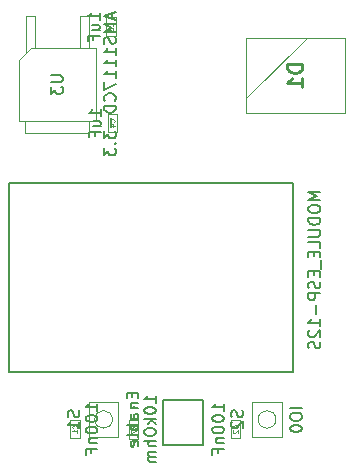
<source format=gbr>
%TF.GenerationSoftware,KiCad,Pcbnew,7.0.7*%
%TF.CreationDate,2024-03-20T19:05:46+01:00*%
%TF.ProjectId,DriverRGB_v2,44726976-6572-4524-9742-5f76322e6b69,v02*%
%TF.SameCoordinates,Original*%
%TF.FileFunction,AssemblyDrawing,Bot*%
%FSLAX46Y46*%
G04 Gerber Fmt 4.6, Leading zero omitted, Abs format (unit mm)*
G04 Created by KiCad (PCBNEW 7.0.7) date 2024-03-20 19:05:46*
%MOMM*%
%LPD*%
G01*
G04 APERTURE LIST*
%ADD10C,0.150000*%
%ADD11C,0.060000*%
%ADD12C,0.254000*%
%ADD13C,0.100000*%
%ADD14C,0.127000*%
%ADD15C,0.200000*%
G04 APERTURE END LIST*
D10*
X142639009Y-114173495D02*
X142639009Y-114506828D01*
X143162819Y-114649685D02*
X143162819Y-114173495D01*
X143162819Y-114173495D02*
X142162819Y-114173495D01*
X142162819Y-114173495D02*
X142162819Y-114649685D01*
X142496152Y-115078257D02*
X143162819Y-115078257D01*
X142591390Y-115078257D02*
X142543771Y-115125876D01*
X142543771Y-115125876D02*
X142496152Y-115221114D01*
X142496152Y-115221114D02*
X142496152Y-115363971D01*
X142496152Y-115363971D02*
X142543771Y-115459209D01*
X142543771Y-115459209D02*
X142639009Y-115506828D01*
X142639009Y-115506828D02*
X143162819Y-115506828D01*
X143162819Y-116411590D02*
X142639009Y-116411590D01*
X142639009Y-116411590D02*
X142543771Y-116363971D01*
X142543771Y-116363971D02*
X142496152Y-116268733D01*
X142496152Y-116268733D02*
X142496152Y-116078257D01*
X142496152Y-116078257D02*
X142543771Y-115983019D01*
X143115200Y-116411590D02*
X143162819Y-116316352D01*
X143162819Y-116316352D02*
X143162819Y-116078257D01*
X143162819Y-116078257D02*
X143115200Y-115983019D01*
X143115200Y-115983019D02*
X143019961Y-115935400D01*
X143019961Y-115935400D02*
X142924723Y-115935400D01*
X142924723Y-115935400D02*
X142829485Y-115983019D01*
X142829485Y-115983019D02*
X142781866Y-116078257D01*
X142781866Y-116078257D02*
X142781866Y-116316352D01*
X142781866Y-116316352D02*
X142734247Y-116411590D01*
X143162819Y-116887781D02*
X142162819Y-116887781D01*
X142543771Y-116887781D02*
X142496152Y-116983019D01*
X142496152Y-116983019D02*
X142496152Y-117173495D01*
X142496152Y-117173495D02*
X142543771Y-117268733D01*
X142543771Y-117268733D02*
X142591390Y-117316352D01*
X142591390Y-117316352D02*
X142686628Y-117363971D01*
X142686628Y-117363971D02*
X142972342Y-117363971D01*
X142972342Y-117363971D02*
X143067580Y-117316352D01*
X143067580Y-117316352D02*
X143115200Y-117268733D01*
X143115200Y-117268733D02*
X143162819Y-117173495D01*
X143162819Y-117173495D02*
X143162819Y-116983019D01*
X143162819Y-116983019D02*
X143115200Y-116887781D01*
X143162819Y-117935400D02*
X143115200Y-117840162D01*
X143115200Y-117840162D02*
X143019961Y-117792543D01*
X143019961Y-117792543D02*
X142162819Y-117792543D01*
X143115200Y-118697305D02*
X143162819Y-118602067D01*
X143162819Y-118602067D02*
X143162819Y-118411591D01*
X143162819Y-118411591D02*
X143115200Y-118316353D01*
X143115200Y-118316353D02*
X143019961Y-118268734D01*
X143019961Y-118268734D02*
X142639009Y-118268734D01*
X142639009Y-118268734D02*
X142543771Y-118316353D01*
X142543771Y-118316353D02*
X142496152Y-118411591D01*
X142496152Y-118411591D02*
X142496152Y-118602067D01*
X142496152Y-118602067D02*
X142543771Y-118697305D01*
X142543771Y-118697305D02*
X142639009Y-118744924D01*
X142639009Y-118744924D02*
X142734247Y-118744924D01*
X142734247Y-118744924D02*
X142829485Y-118268734D01*
X138115200Y-115673495D02*
X138162819Y-115816352D01*
X138162819Y-115816352D02*
X138162819Y-116054447D01*
X138162819Y-116054447D02*
X138115200Y-116149685D01*
X138115200Y-116149685D02*
X138067580Y-116197304D01*
X138067580Y-116197304D02*
X137972342Y-116244923D01*
X137972342Y-116244923D02*
X137877104Y-116244923D01*
X137877104Y-116244923D02*
X137781866Y-116197304D01*
X137781866Y-116197304D02*
X137734247Y-116149685D01*
X137734247Y-116149685D02*
X137686628Y-116054447D01*
X137686628Y-116054447D02*
X137639009Y-115863971D01*
X137639009Y-115863971D02*
X137591390Y-115768733D01*
X137591390Y-115768733D02*
X137543771Y-115721114D01*
X137543771Y-115721114D02*
X137448533Y-115673495D01*
X137448533Y-115673495D02*
X137353295Y-115673495D01*
X137353295Y-115673495D02*
X137258057Y-115721114D01*
X137258057Y-115721114D02*
X137210438Y-115768733D01*
X137210438Y-115768733D02*
X137162819Y-115863971D01*
X137162819Y-115863971D02*
X137162819Y-116102066D01*
X137162819Y-116102066D02*
X137210438Y-116244923D01*
X138162819Y-117197304D02*
X138162819Y-116625876D01*
X138162819Y-116911590D02*
X137162819Y-116911590D01*
X137162819Y-116911590D02*
X137305676Y-116816352D01*
X137305676Y-116816352D02*
X137400914Y-116721114D01*
X137400914Y-116721114D02*
X137448533Y-116625876D01*
X139994819Y-90743161D02*
X139994819Y-90171733D01*
X139994819Y-90457447D02*
X138994819Y-90457447D01*
X138994819Y-90457447D02*
X139137676Y-90362209D01*
X139137676Y-90362209D02*
X139232914Y-90266971D01*
X139232914Y-90266971D02*
X139280533Y-90171733D01*
X139328152Y-91600304D02*
X139994819Y-91600304D01*
X139328152Y-91171733D02*
X139851961Y-91171733D01*
X139851961Y-91171733D02*
X139947200Y-91219352D01*
X139947200Y-91219352D02*
X139994819Y-91314590D01*
X139994819Y-91314590D02*
X139994819Y-91457447D01*
X139994819Y-91457447D02*
X139947200Y-91552685D01*
X139947200Y-91552685D02*
X139899580Y-91600304D01*
X139471009Y-92409828D02*
X139471009Y-92076495D01*
X139994819Y-92076495D02*
X138994819Y-92076495D01*
X138994819Y-92076495D02*
X138994819Y-92552685D01*
D11*
X141113832Y-91271733D02*
X141132880Y-91252685D01*
X141132880Y-91252685D02*
X141151927Y-91195543D01*
X141151927Y-91195543D02*
X141151927Y-91157447D01*
X141151927Y-91157447D02*
X141132880Y-91100304D01*
X141132880Y-91100304D02*
X141094784Y-91062209D01*
X141094784Y-91062209D02*
X141056689Y-91043162D01*
X141056689Y-91043162D02*
X140980499Y-91024114D01*
X140980499Y-91024114D02*
X140923356Y-91024114D01*
X140923356Y-91024114D02*
X140847165Y-91043162D01*
X140847165Y-91043162D02*
X140809070Y-91062209D01*
X140809070Y-91062209D02*
X140770975Y-91100304D01*
X140770975Y-91100304D02*
X140751927Y-91157447D01*
X140751927Y-91157447D02*
X140751927Y-91195543D01*
X140751927Y-91195543D02*
X140770975Y-91252685D01*
X140770975Y-91252685D02*
X140790022Y-91271733D01*
X140885260Y-91614590D02*
X141151927Y-91614590D01*
X140732880Y-91519352D02*
X141018594Y-91424114D01*
X141018594Y-91424114D02*
X141018594Y-91671733D01*
D10*
X144632819Y-115022304D02*
X144632819Y-114450876D01*
X144632819Y-114736590D02*
X143632819Y-114736590D01*
X143632819Y-114736590D02*
X143775676Y-114641352D01*
X143775676Y-114641352D02*
X143870914Y-114546114D01*
X143870914Y-114546114D02*
X143918533Y-114450876D01*
X143632819Y-115641352D02*
X143632819Y-115736590D01*
X143632819Y-115736590D02*
X143680438Y-115831828D01*
X143680438Y-115831828D02*
X143728057Y-115879447D01*
X143728057Y-115879447D02*
X143823295Y-115927066D01*
X143823295Y-115927066D02*
X144013771Y-115974685D01*
X144013771Y-115974685D02*
X144251866Y-115974685D01*
X144251866Y-115974685D02*
X144442342Y-115927066D01*
X144442342Y-115927066D02*
X144537580Y-115879447D01*
X144537580Y-115879447D02*
X144585200Y-115831828D01*
X144585200Y-115831828D02*
X144632819Y-115736590D01*
X144632819Y-115736590D02*
X144632819Y-115641352D01*
X144632819Y-115641352D02*
X144585200Y-115546114D01*
X144585200Y-115546114D02*
X144537580Y-115498495D01*
X144537580Y-115498495D02*
X144442342Y-115450876D01*
X144442342Y-115450876D02*
X144251866Y-115403257D01*
X144251866Y-115403257D02*
X144013771Y-115403257D01*
X144013771Y-115403257D02*
X143823295Y-115450876D01*
X143823295Y-115450876D02*
X143728057Y-115498495D01*
X143728057Y-115498495D02*
X143680438Y-115546114D01*
X143680438Y-115546114D02*
X143632819Y-115641352D01*
X144632819Y-116403257D02*
X143632819Y-116403257D01*
X144251866Y-116498495D02*
X144632819Y-116784209D01*
X143966152Y-116784209D02*
X144347104Y-116403257D01*
X143632819Y-117403257D02*
X143632819Y-117593733D01*
X143632819Y-117593733D02*
X143680438Y-117688971D01*
X143680438Y-117688971D02*
X143775676Y-117784209D01*
X143775676Y-117784209D02*
X143966152Y-117831828D01*
X143966152Y-117831828D02*
X144299485Y-117831828D01*
X144299485Y-117831828D02*
X144489961Y-117784209D01*
X144489961Y-117784209D02*
X144585200Y-117688971D01*
X144585200Y-117688971D02*
X144632819Y-117593733D01*
X144632819Y-117593733D02*
X144632819Y-117403257D01*
X144632819Y-117403257D02*
X144585200Y-117308019D01*
X144585200Y-117308019D02*
X144489961Y-117212781D01*
X144489961Y-117212781D02*
X144299485Y-117165162D01*
X144299485Y-117165162D02*
X143966152Y-117165162D01*
X143966152Y-117165162D02*
X143775676Y-117212781D01*
X143775676Y-117212781D02*
X143680438Y-117308019D01*
X143680438Y-117308019D02*
X143632819Y-117403257D01*
X144632819Y-118260400D02*
X143632819Y-118260400D01*
X144632819Y-118688971D02*
X144109009Y-118688971D01*
X144109009Y-118688971D02*
X144013771Y-118641352D01*
X144013771Y-118641352D02*
X143966152Y-118546114D01*
X143966152Y-118546114D02*
X143966152Y-118403257D01*
X143966152Y-118403257D02*
X144013771Y-118308019D01*
X144013771Y-118308019D02*
X144061390Y-118260400D01*
X144632819Y-119165162D02*
X143966152Y-119165162D01*
X144061390Y-119165162D02*
X144013771Y-119212781D01*
X144013771Y-119212781D02*
X143966152Y-119308019D01*
X143966152Y-119308019D02*
X143966152Y-119450876D01*
X143966152Y-119450876D02*
X144013771Y-119546114D01*
X144013771Y-119546114D02*
X144109009Y-119593733D01*
X144109009Y-119593733D02*
X144632819Y-119593733D01*
X144109009Y-119593733D02*
X144013771Y-119641352D01*
X144013771Y-119641352D02*
X143966152Y-119736590D01*
X143966152Y-119736590D02*
X143966152Y-119879447D01*
X143966152Y-119879447D02*
X144013771Y-119974686D01*
X144013771Y-119974686D02*
X144109009Y-120022305D01*
X144109009Y-120022305D02*
X144632819Y-120022305D01*
D11*
X142929927Y-117193733D02*
X142739451Y-117060400D01*
X142929927Y-116965162D02*
X142529927Y-116965162D01*
X142529927Y-116965162D02*
X142529927Y-117117543D01*
X142529927Y-117117543D02*
X142548975Y-117155638D01*
X142548975Y-117155638D02*
X142568022Y-117174685D01*
X142568022Y-117174685D02*
X142606118Y-117193733D01*
X142606118Y-117193733D02*
X142663260Y-117193733D01*
X142663260Y-117193733D02*
X142701356Y-117174685D01*
X142701356Y-117174685D02*
X142720403Y-117155638D01*
X142720403Y-117155638D02*
X142739451Y-117117543D01*
X142739451Y-117117543D02*
X142739451Y-116965162D01*
X142529927Y-117327066D02*
X142529927Y-117593733D01*
X142529927Y-117593733D02*
X142929927Y-117422304D01*
D10*
X139679819Y-115698780D02*
X139679819Y-115127352D01*
X139679819Y-115413066D02*
X138679819Y-115413066D01*
X138679819Y-115413066D02*
X138822676Y-115317828D01*
X138822676Y-115317828D02*
X138917914Y-115222590D01*
X138917914Y-115222590D02*
X138965533Y-115127352D01*
X138679819Y-116317828D02*
X138679819Y-116413066D01*
X138679819Y-116413066D02*
X138727438Y-116508304D01*
X138727438Y-116508304D02*
X138775057Y-116555923D01*
X138775057Y-116555923D02*
X138870295Y-116603542D01*
X138870295Y-116603542D02*
X139060771Y-116651161D01*
X139060771Y-116651161D02*
X139298866Y-116651161D01*
X139298866Y-116651161D02*
X139489342Y-116603542D01*
X139489342Y-116603542D02*
X139584580Y-116555923D01*
X139584580Y-116555923D02*
X139632200Y-116508304D01*
X139632200Y-116508304D02*
X139679819Y-116413066D01*
X139679819Y-116413066D02*
X139679819Y-116317828D01*
X139679819Y-116317828D02*
X139632200Y-116222590D01*
X139632200Y-116222590D02*
X139584580Y-116174971D01*
X139584580Y-116174971D02*
X139489342Y-116127352D01*
X139489342Y-116127352D02*
X139298866Y-116079733D01*
X139298866Y-116079733D02*
X139060771Y-116079733D01*
X139060771Y-116079733D02*
X138870295Y-116127352D01*
X138870295Y-116127352D02*
X138775057Y-116174971D01*
X138775057Y-116174971D02*
X138727438Y-116222590D01*
X138727438Y-116222590D02*
X138679819Y-116317828D01*
X138679819Y-117270209D02*
X138679819Y-117365447D01*
X138679819Y-117365447D02*
X138727438Y-117460685D01*
X138727438Y-117460685D02*
X138775057Y-117508304D01*
X138775057Y-117508304D02*
X138870295Y-117555923D01*
X138870295Y-117555923D02*
X139060771Y-117603542D01*
X139060771Y-117603542D02*
X139298866Y-117603542D01*
X139298866Y-117603542D02*
X139489342Y-117555923D01*
X139489342Y-117555923D02*
X139584580Y-117508304D01*
X139584580Y-117508304D02*
X139632200Y-117460685D01*
X139632200Y-117460685D02*
X139679819Y-117365447D01*
X139679819Y-117365447D02*
X139679819Y-117270209D01*
X139679819Y-117270209D02*
X139632200Y-117174971D01*
X139632200Y-117174971D02*
X139584580Y-117127352D01*
X139584580Y-117127352D02*
X139489342Y-117079733D01*
X139489342Y-117079733D02*
X139298866Y-117032114D01*
X139298866Y-117032114D02*
X139060771Y-117032114D01*
X139060771Y-117032114D02*
X138870295Y-117079733D01*
X138870295Y-117079733D02*
X138775057Y-117127352D01*
X138775057Y-117127352D02*
X138727438Y-117174971D01*
X138727438Y-117174971D02*
X138679819Y-117270209D01*
X139013152Y-118032114D02*
X139679819Y-118032114D01*
X139108390Y-118032114D02*
X139060771Y-118079733D01*
X139060771Y-118079733D02*
X139013152Y-118174971D01*
X139013152Y-118174971D02*
X139013152Y-118317828D01*
X139013152Y-118317828D02*
X139060771Y-118413066D01*
X139060771Y-118413066D02*
X139156009Y-118460685D01*
X139156009Y-118460685D02*
X139679819Y-118460685D01*
X139156009Y-119270209D02*
X139156009Y-118936876D01*
X139679819Y-118936876D02*
X138679819Y-118936876D01*
X138679819Y-118936876D02*
X138679819Y-119413066D01*
D11*
X137938832Y-117179733D02*
X137957880Y-117160685D01*
X137957880Y-117160685D02*
X137976927Y-117103543D01*
X137976927Y-117103543D02*
X137976927Y-117065447D01*
X137976927Y-117065447D02*
X137957880Y-117008304D01*
X137957880Y-117008304D02*
X137919784Y-116970209D01*
X137919784Y-116970209D02*
X137881689Y-116951162D01*
X137881689Y-116951162D02*
X137805499Y-116932114D01*
X137805499Y-116932114D02*
X137748356Y-116932114D01*
X137748356Y-116932114D02*
X137672165Y-116951162D01*
X137672165Y-116951162D02*
X137634070Y-116970209D01*
X137634070Y-116970209D02*
X137595975Y-117008304D01*
X137595975Y-117008304D02*
X137576927Y-117065447D01*
X137576927Y-117065447D02*
X137576927Y-117103543D01*
X137576927Y-117103543D02*
X137595975Y-117160685D01*
X137595975Y-117160685D02*
X137615022Y-117179733D01*
X137976927Y-117560685D02*
X137976927Y-117332114D01*
X137976927Y-117446400D02*
X137576927Y-117446400D01*
X137576927Y-117446400D02*
X137634070Y-117408304D01*
X137634070Y-117408304D02*
X137672165Y-117370209D01*
X137672165Y-117370209D02*
X137691213Y-117332114D01*
D12*
X157038318Y-86337018D02*
X155768318Y-86337018D01*
X155768318Y-86337018D02*
X155768318Y-86639399D01*
X155768318Y-86639399D02*
X155828794Y-86820828D01*
X155828794Y-86820828D02*
X155949746Y-86941780D01*
X155949746Y-86941780D02*
X156070699Y-87002257D01*
X156070699Y-87002257D02*
X156312603Y-87062733D01*
X156312603Y-87062733D02*
X156494032Y-87062733D01*
X156494032Y-87062733D02*
X156735937Y-87002257D01*
X156735937Y-87002257D02*
X156856889Y-86941780D01*
X156856889Y-86941780D02*
X156977842Y-86820828D01*
X156977842Y-86820828D02*
X157038318Y-86639399D01*
X157038318Y-86639399D02*
X157038318Y-86337018D01*
X157038318Y-88272257D02*
X157038318Y-87546542D01*
X157038318Y-87909399D02*
X155768318Y-87909399D01*
X155768318Y-87909399D02*
X155949746Y-87788447D01*
X155949746Y-87788447D02*
X156070699Y-87667495D01*
X156070699Y-87667495D02*
X156131175Y-87546542D01*
D10*
X158555819Y-97186162D02*
X157555819Y-97186162D01*
X157555819Y-97186162D02*
X158270104Y-97519495D01*
X158270104Y-97519495D02*
X157555819Y-97852828D01*
X157555819Y-97852828D02*
X158555819Y-97852828D01*
X157555819Y-98519495D02*
X157555819Y-98709971D01*
X157555819Y-98709971D02*
X157603438Y-98805209D01*
X157603438Y-98805209D02*
X157698676Y-98900447D01*
X157698676Y-98900447D02*
X157889152Y-98948066D01*
X157889152Y-98948066D02*
X158222485Y-98948066D01*
X158222485Y-98948066D02*
X158412961Y-98900447D01*
X158412961Y-98900447D02*
X158508200Y-98805209D01*
X158508200Y-98805209D02*
X158555819Y-98709971D01*
X158555819Y-98709971D02*
X158555819Y-98519495D01*
X158555819Y-98519495D02*
X158508200Y-98424257D01*
X158508200Y-98424257D02*
X158412961Y-98329019D01*
X158412961Y-98329019D02*
X158222485Y-98281400D01*
X158222485Y-98281400D02*
X157889152Y-98281400D01*
X157889152Y-98281400D02*
X157698676Y-98329019D01*
X157698676Y-98329019D02*
X157603438Y-98424257D01*
X157603438Y-98424257D02*
X157555819Y-98519495D01*
X158555819Y-99376638D02*
X157555819Y-99376638D01*
X157555819Y-99376638D02*
X157555819Y-99614733D01*
X157555819Y-99614733D02*
X157603438Y-99757590D01*
X157603438Y-99757590D02*
X157698676Y-99852828D01*
X157698676Y-99852828D02*
X157793914Y-99900447D01*
X157793914Y-99900447D02*
X157984390Y-99948066D01*
X157984390Y-99948066D02*
X158127247Y-99948066D01*
X158127247Y-99948066D02*
X158317723Y-99900447D01*
X158317723Y-99900447D02*
X158412961Y-99852828D01*
X158412961Y-99852828D02*
X158508200Y-99757590D01*
X158508200Y-99757590D02*
X158555819Y-99614733D01*
X158555819Y-99614733D02*
X158555819Y-99376638D01*
X157555819Y-100376638D02*
X158365342Y-100376638D01*
X158365342Y-100376638D02*
X158460580Y-100424257D01*
X158460580Y-100424257D02*
X158508200Y-100471876D01*
X158508200Y-100471876D02*
X158555819Y-100567114D01*
X158555819Y-100567114D02*
X158555819Y-100757590D01*
X158555819Y-100757590D02*
X158508200Y-100852828D01*
X158508200Y-100852828D02*
X158460580Y-100900447D01*
X158460580Y-100900447D02*
X158365342Y-100948066D01*
X158365342Y-100948066D02*
X157555819Y-100948066D01*
X158555819Y-101900447D02*
X158555819Y-101424257D01*
X158555819Y-101424257D02*
X157555819Y-101424257D01*
X158032009Y-102233781D02*
X158032009Y-102567114D01*
X158555819Y-102709971D02*
X158555819Y-102233781D01*
X158555819Y-102233781D02*
X157555819Y-102233781D01*
X157555819Y-102233781D02*
X157555819Y-102709971D01*
X158651057Y-102900448D02*
X158651057Y-103662352D01*
X158032009Y-103900448D02*
X158032009Y-104233781D01*
X158555819Y-104376638D02*
X158555819Y-103900448D01*
X158555819Y-103900448D02*
X157555819Y-103900448D01*
X157555819Y-103900448D02*
X157555819Y-104376638D01*
X158508200Y-104757591D02*
X158555819Y-104900448D01*
X158555819Y-104900448D02*
X158555819Y-105138543D01*
X158555819Y-105138543D02*
X158508200Y-105233781D01*
X158508200Y-105233781D02*
X158460580Y-105281400D01*
X158460580Y-105281400D02*
X158365342Y-105329019D01*
X158365342Y-105329019D02*
X158270104Y-105329019D01*
X158270104Y-105329019D02*
X158174866Y-105281400D01*
X158174866Y-105281400D02*
X158127247Y-105233781D01*
X158127247Y-105233781D02*
X158079628Y-105138543D01*
X158079628Y-105138543D02*
X158032009Y-104948067D01*
X158032009Y-104948067D02*
X157984390Y-104852829D01*
X157984390Y-104852829D02*
X157936771Y-104805210D01*
X157936771Y-104805210D02*
X157841533Y-104757591D01*
X157841533Y-104757591D02*
X157746295Y-104757591D01*
X157746295Y-104757591D02*
X157651057Y-104805210D01*
X157651057Y-104805210D02*
X157603438Y-104852829D01*
X157603438Y-104852829D02*
X157555819Y-104948067D01*
X157555819Y-104948067D02*
X157555819Y-105186162D01*
X157555819Y-105186162D02*
X157603438Y-105329019D01*
X158555819Y-105757591D02*
X157555819Y-105757591D01*
X157555819Y-105757591D02*
X157555819Y-106138543D01*
X157555819Y-106138543D02*
X157603438Y-106233781D01*
X157603438Y-106233781D02*
X157651057Y-106281400D01*
X157651057Y-106281400D02*
X157746295Y-106329019D01*
X157746295Y-106329019D02*
X157889152Y-106329019D01*
X157889152Y-106329019D02*
X157984390Y-106281400D01*
X157984390Y-106281400D02*
X158032009Y-106233781D01*
X158032009Y-106233781D02*
X158079628Y-106138543D01*
X158079628Y-106138543D02*
X158079628Y-105757591D01*
X158174866Y-106757591D02*
X158174866Y-107519496D01*
X158555819Y-108519495D02*
X158555819Y-107948067D01*
X158555819Y-108233781D02*
X157555819Y-108233781D01*
X157555819Y-108233781D02*
X157698676Y-108138543D01*
X157698676Y-108138543D02*
X157793914Y-108043305D01*
X157793914Y-108043305D02*
X157841533Y-107948067D01*
X157651057Y-108900448D02*
X157603438Y-108948067D01*
X157603438Y-108948067D02*
X157555819Y-109043305D01*
X157555819Y-109043305D02*
X157555819Y-109281400D01*
X157555819Y-109281400D02*
X157603438Y-109376638D01*
X157603438Y-109376638D02*
X157651057Y-109424257D01*
X157651057Y-109424257D02*
X157746295Y-109471876D01*
X157746295Y-109471876D02*
X157841533Y-109471876D01*
X157841533Y-109471876D02*
X157984390Y-109424257D01*
X157984390Y-109424257D02*
X158555819Y-108852829D01*
X158555819Y-108852829D02*
X158555819Y-109471876D01*
X158508200Y-109852829D02*
X158555819Y-109995686D01*
X158555819Y-109995686D02*
X158555819Y-110233781D01*
X158555819Y-110233781D02*
X158508200Y-110329019D01*
X158508200Y-110329019D02*
X158460580Y-110376638D01*
X158460580Y-110376638D02*
X158365342Y-110424257D01*
X158365342Y-110424257D02*
X158270104Y-110424257D01*
X158270104Y-110424257D02*
X158174866Y-110376638D01*
X158174866Y-110376638D02*
X158127247Y-110329019D01*
X158127247Y-110329019D02*
X158079628Y-110233781D01*
X158079628Y-110233781D02*
X158032009Y-110043305D01*
X158032009Y-110043305D02*
X157984390Y-109948067D01*
X157984390Y-109948067D02*
X157936771Y-109900448D01*
X157936771Y-109900448D02*
X157841533Y-109852829D01*
X157841533Y-109852829D02*
X157746295Y-109852829D01*
X157746295Y-109852829D02*
X157651057Y-109900448D01*
X157651057Y-109900448D02*
X157603438Y-109948067D01*
X157603438Y-109948067D02*
X157555819Y-110043305D01*
X157555819Y-110043305D02*
X157555819Y-110281400D01*
X157555819Y-110281400D02*
X157603438Y-110424257D01*
X140946104Y-82070400D02*
X140946104Y-82546590D01*
X141231819Y-81975162D02*
X140231819Y-82308495D01*
X140231819Y-82308495D02*
X141231819Y-82641828D01*
X141231819Y-82975162D02*
X140231819Y-82975162D01*
X140231819Y-82975162D02*
X140946104Y-83308495D01*
X140946104Y-83308495D02*
X140231819Y-83641828D01*
X140231819Y-83641828D02*
X141231819Y-83641828D01*
X141184200Y-84070400D02*
X141231819Y-84213257D01*
X141231819Y-84213257D02*
X141231819Y-84451352D01*
X141231819Y-84451352D02*
X141184200Y-84546590D01*
X141184200Y-84546590D02*
X141136580Y-84594209D01*
X141136580Y-84594209D02*
X141041342Y-84641828D01*
X141041342Y-84641828D02*
X140946104Y-84641828D01*
X140946104Y-84641828D02*
X140850866Y-84594209D01*
X140850866Y-84594209D02*
X140803247Y-84546590D01*
X140803247Y-84546590D02*
X140755628Y-84451352D01*
X140755628Y-84451352D02*
X140708009Y-84260876D01*
X140708009Y-84260876D02*
X140660390Y-84165638D01*
X140660390Y-84165638D02*
X140612771Y-84118019D01*
X140612771Y-84118019D02*
X140517533Y-84070400D01*
X140517533Y-84070400D02*
X140422295Y-84070400D01*
X140422295Y-84070400D02*
X140327057Y-84118019D01*
X140327057Y-84118019D02*
X140279438Y-84165638D01*
X140279438Y-84165638D02*
X140231819Y-84260876D01*
X140231819Y-84260876D02*
X140231819Y-84498971D01*
X140231819Y-84498971D02*
X140279438Y-84641828D01*
X141231819Y-85594209D02*
X141231819Y-85022781D01*
X141231819Y-85308495D02*
X140231819Y-85308495D01*
X140231819Y-85308495D02*
X140374676Y-85213257D01*
X140374676Y-85213257D02*
X140469914Y-85118019D01*
X140469914Y-85118019D02*
X140517533Y-85022781D01*
X141231819Y-86546590D02*
X141231819Y-85975162D01*
X141231819Y-86260876D02*
X140231819Y-86260876D01*
X140231819Y-86260876D02*
X140374676Y-86165638D01*
X140374676Y-86165638D02*
X140469914Y-86070400D01*
X140469914Y-86070400D02*
X140517533Y-85975162D01*
X141231819Y-87498971D02*
X141231819Y-86927543D01*
X141231819Y-87213257D02*
X140231819Y-87213257D01*
X140231819Y-87213257D02*
X140374676Y-87118019D01*
X140374676Y-87118019D02*
X140469914Y-87022781D01*
X140469914Y-87022781D02*
X140517533Y-86927543D01*
X140231819Y-87832305D02*
X140231819Y-88498971D01*
X140231819Y-88498971D02*
X141231819Y-88070400D01*
X141136580Y-89451352D02*
X141184200Y-89403733D01*
X141184200Y-89403733D02*
X141231819Y-89260876D01*
X141231819Y-89260876D02*
X141231819Y-89165638D01*
X141231819Y-89165638D02*
X141184200Y-89022781D01*
X141184200Y-89022781D02*
X141088961Y-88927543D01*
X141088961Y-88927543D02*
X140993723Y-88879924D01*
X140993723Y-88879924D02*
X140803247Y-88832305D01*
X140803247Y-88832305D02*
X140660390Y-88832305D01*
X140660390Y-88832305D02*
X140469914Y-88879924D01*
X140469914Y-88879924D02*
X140374676Y-88927543D01*
X140374676Y-88927543D02*
X140279438Y-89022781D01*
X140279438Y-89022781D02*
X140231819Y-89165638D01*
X140231819Y-89165638D02*
X140231819Y-89260876D01*
X140231819Y-89260876D02*
X140279438Y-89403733D01*
X140279438Y-89403733D02*
X140327057Y-89451352D01*
X141231819Y-89879924D02*
X140231819Y-89879924D01*
X140231819Y-89879924D02*
X140231819Y-90118019D01*
X140231819Y-90118019D02*
X140279438Y-90260876D01*
X140279438Y-90260876D02*
X140374676Y-90356114D01*
X140374676Y-90356114D02*
X140469914Y-90403733D01*
X140469914Y-90403733D02*
X140660390Y-90451352D01*
X140660390Y-90451352D02*
X140803247Y-90451352D01*
X140803247Y-90451352D02*
X140993723Y-90403733D01*
X140993723Y-90403733D02*
X141088961Y-90356114D01*
X141088961Y-90356114D02*
X141184200Y-90260876D01*
X141184200Y-90260876D02*
X141231819Y-90118019D01*
X141231819Y-90118019D02*
X141231819Y-89879924D01*
X140850866Y-90879924D02*
X140850866Y-91641829D01*
X140231819Y-92022781D02*
X140231819Y-92641828D01*
X140231819Y-92641828D02*
X140612771Y-92308495D01*
X140612771Y-92308495D02*
X140612771Y-92451352D01*
X140612771Y-92451352D02*
X140660390Y-92546590D01*
X140660390Y-92546590D02*
X140708009Y-92594209D01*
X140708009Y-92594209D02*
X140803247Y-92641828D01*
X140803247Y-92641828D02*
X141041342Y-92641828D01*
X141041342Y-92641828D02*
X141136580Y-92594209D01*
X141136580Y-92594209D02*
X141184200Y-92546590D01*
X141184200Y-92546590D02*
X141231819Y-92451352D01*
X141231819Y-92451352D02*
X141231819Y-92165638D01*
X141231819Y-92165638D02*
X141184200Y-92070400D01*
X141184200Y-92070400D02*
X141136580Y-92022781D01*
X141136580Y-93070400D02*
X141184200Y-93118019D01*
X141184200Y-93118019D02*
X141231819Y-93070400D01*
X141231819Y-93070400D02*
X141184200Y-93022781D01*
X141184200Y-93022781D02*
X141136580Y-93070400D01*
X141136580Y-93070400D02*
X141231819Y-93070400D01*
X140231819Y-93451352D02*
X140231819Y-94070399D01*
X140231819Y-94070399D02*
X140612771Y-93737066D01*
X140612771Y-93737066D02*
X140612771Y-93879923D01*
X140612771Y-93879923D02*
X140660390Y-93975161D01*
X140660390Y-93975161D02*
X140708009Y-94022780D01*
X140708009Y-94022780D02*
X140803247Y-94070399D01*
X140803247Y-94070399D02*
X141041342Y-94070399D01*
X141041342Y-94070399D02*
X141136580Y-94022780D01*
X141136580Y-94022780D02*
X141184200Y-93975161D01*
X141184200Y-93975161D02*
X141231819Y-93879923D01*
X141231819Y-93879923D02*
X141231819Y-93594209D01*
X141231819Y-93594209D02*
X141184200Y-93498971D01*
X141184200Y-93498971D02*
X141136580Y-93451352D01*
X135731819Y-87308495D02*
X136541342Y-87308495D01*
X136541342Y-87308495D02*
X136636580Y-87356114D01*
X136636580Y-87356114D02*
X136684200Y-87403733D01*
X136684200Y-87403733D02*
X136731819Y-87498971D01*
X136731819Y-87498971D02*
X136731819Y-87689447D01*
X136731819Y-87689447D02*
X136684200Y-87784685D01*
X136684200Y-87784685D02*
X136636580Y-87832304D01*
X136636580Y-87832304D02*
X136541342Y-87879923D01*
X136541342Y-87879923D02*
X135731819Y-87879923D01*
X135731819Y-88260876D02*
X135731819Y-88879923D01*
X135731819Y-88879923D02*
X136112771Y-88546590D01*
X136112771Y-88546590D02*
X136112771Y-88689447D01*
X136112771Y-88689447D02*
X136160390Y-88784685D01*
X136160390Y-88784685D02*
X136208009Y-88832304D01*
X136208009Y-88832304D02*
X136303247Y-88879923D01*
X136303247Y-88879923D02*
X136541342Y-88879923D01*
X136541342Y-88879923D02*
X136636580Y-88832304D01*
X136636580Y-88832304D02*
X136684200Y-88784685D01*
X136684200Y-88784685D02*
X136731819Y-88689447D01*
X136731819Y-88689447D02*
X136731819Y-88403733D01*
X136731819Y-88403733D02*
X136684200Y-88308495D01*
X136684200Y-88308495D02*
X136636580Y-88260876D01*
X139867819Y-82602161D02*
X139867819Y-82030733D01*
X139867819Y-82316447D02*
X138867819Y-82316447D01*
X138867819Y-82316447D02*
X139010676Y-82221209D01*
X139010676Y-82221209D02*
X139105914Y-82125971D01*
X139105914Y-82125971D02*
X139153533Y-82030733D01*
X139201152Y-83459304D02*
X139867819Y-83459304D01*
X139201152Y-83030733D02*
X139724961Y-83030733D01*
X139724961Y-83030733D02*
X139820200Y-83078352D01*
X139820200Y-83078352D02*
X139867819Y-83173590D01*
X139867819Y-83173590D02*
X139867819Y-83316447D01*
X139867819Y-83316447D02*
X139820200Y-83411685D01*
X139820200Y-83411685D02*
X139772580Y-83459304D01*
X139344009Y-84268828D02*
X139344009Y-83935495D01*
X139867819Y-83935495D02*
X138867819Y-83935495D01*
X138867819Y-83935495D02*
X138867819Y-84411685D01*
D11*
X140986832Y-83130733D02*
X141005880Y-83111685D01*
X141005880Y-83111685D02*
X141024927Y-83054543D01*
X141024927Y-83054543D02*
X141024927Y-83016447D01*
X141024927Y-83016447D02*
X141005880Y-82959304D01*
X141005880Y-82959304D02*
X140967784Y-82921209D01*
X140967784Y-82921209D02*
X140929689Y-82902162D01*
X140929689Y-82902162D02*
X140853499Y-82883114D01*
X140853499Y-82883114D02*
X140796356Y-82883114D01*
X140796356Y-82883114D02*
X140720165Y-82902162D01*
X140720165Y-82902162D02*
X140682070Y-82921209D01*
X140682070Y-82921209D02*
X140643975Y-82959304D01*
X140643975Y-82959304D02*
X140624927Y-83016447D01*
X140624927Y-83016447D02*
X140624927Y-83054543D01*
X140624927Y-83054543D02*
X140643975Y-83111685D01*
X140643975Y-83111685D02*
X140663022Y-83130733D01*
X140624927Y-83264066D02*
X140624927Y-83511685D01*
X140624927Y-83511685D02*
X140777308Y-83378352D01*
X140777308Y-83378352D02*
X140777308Y-83435495D01*
X140777308Y-83435495D02*
X140796356Y-83473590D01*
X140796356Y-83473590D02*
X140815403Y-83492638D01*
X140815403Y-83492638D02*
X140853499Y-83511685D01*
X140853499Y-83511685D02*
X140948737Y-83511685D01*
X140948737Y-83511685D02*
X140986832Y-83492638D01*
X140986832Y-83492638D02*
X141005880Y-83473590D01*
X141005880Y-83473590D02*
X141024927Y-83435495D01*
X141024927Y-83435495D02*
X141024927Y-83321209D01*
X141024927Y-83321209D02*
X141005880Y-83283114D01*
X141005880Y-83283114D02*
X140986832Y-83264066D01*
D10*
X157005819Y-115435400D02*
X156005819Y-115435400D01*
X156005819Y-116102066D02*
X156005819Y-116292542D01*
X156005819Y-116292542D02*
X156053438Y-116387780D01*
X156053438Y-116387780D02*
X156148676Y-116483018D01*
X156148676Y-116483018D02*
X156339152Y-116530637D01*
X156339152Y-116530637D02*
X156672485Y-116530637D01*
X156672485Y-116530637D02*
X156862961Y-116483018D01*
X156862961Y-116483018D02*
X156958200Y-116387780D01*
X156958200Y-116387780D02*
X157005819Y-116292542D01*
X157005819Y-116292542D02*
X157005819Y-116102066D01*
X157005819Y-116102066D02*
X156958200Y-116006828D01*
X156958200Y-116006828D02*
X156862961Y-115911590D01*
X156862961Y-115911590D02*
X156672485Y-115863971D01*
X156672485Y-115863971D02*
X156339152Y-115863971D01*
X156339152Y-115863971D02*
X156148676Y-115911590D01*
X156148676Y-115911590D02*
X156053438Y-116006828D01*
X156053438Y-116006828D02*
X156005819Y-116102066D01*
X156005819Y-117149685D02*
X156005819Y-117244923D01*
X156005819Y-117244923D02*
X156053438Y-117340161D01*
X156053438Y-117340161D02*
X156101057Y-117387780D01*
X156101057Y-117387780D02*
X156196295Y-117435399D01*
X156196295Y-117435399D02*
X156386771Y-117483018D01*
X156386771Y-117483018D02*
X156624866Y-117483018D01*
X156624866Y-117483018D02*
X156815342Y-117435399D01*
X156815342Y-117435399D02*
X156910580Y-117387780D01*
X156910580Y-117387780D02*
X156958200Y-117340161D01*
X156958200Y-117340161D02*
X157005819Y-117244923D01*
X157005819Y-117244923D02*
X157005819Y-117149685D01*
X157005819Y-117149685D02*
X156958200Y-117054447D01*
X156958200Y-117054447D02*
X156910580Y-117006828D01*
X156910580Y-117006828D02*
X156815342Y-116959209D01*
X156815342Y-116959209D02*
X156624866Y-116911590D01*
X156624866Y-116911590D02*
X156386771Y-116911590D01*
X156386771Y-116911590D02*
X156196295Y-116959209D01*
X156196295Y-116959209D02*
X156101057Y-117006828D01*
X156101057Y-117006828D02*
X156053438Y-117054447D01*
X156053438Y-117054447D02*
X156005819Y-117149685D01*
X151958200Y-115673495D02*
X152005819Y-115816352D01*
X152005819Y-115816352D02*
X152005819Y-116054447D01*
X152005819Y-116054447D02*
X151958200Y-116149685D01*
X151958200Y-116149685D02*
X151910580Y-116197304D01*
X151910580Y-116197304D02*
X151815342Y-116244923D01*
X151815342Y-116244923D02*
X151720104Y-116244923D01*
X151720104Y-116244923D02*
X151624866Y-116197304D01*
X151624866Y-116197304D02*
X151577247Y-116149685D01*
X151577247Y-116149685D02*
X151529628Y-116054447D01*
X151529628Y-116054447D02*
X151482009Y-115863971D01*
X151482009Y-115863971D02*
X151434390Y-115768733D01*
X151434390Y-115768733D02*
X151386771Y-115721114D01*
X151386771Y-115721114D02*
X151291533Y-115673495D01*
X151291533Y-115673495D02*
X151196295Y-115673495D01*
X151196295Y-115673495D02*
X151101057Y-115721114D01*
X151101057Y-115721114D02*
X151053438Y-115768733D01*
X151053438Y-115768733D02*
X151005819Y-115863971D01*
X151005819Y-115863971D02*
X151005819Y-116102066D01*
X151005819Y-116102066D02*
X151053438Y-116244923D01*
X151101057Y-116625876D02*
X151053438Y-116673495D01*
X151053438Y-116673495D02*
X151005819Y-116768733D01*
X151005819Y-116768733D02*
X151005819Y-117006828D01*
X151005819Y-117006828D02*
X151053438Y-117102066D01*
X151053438Y-117102066D02*
X151101057Y-117149685D01*
X151101057Y-117149685D02*
X151196295Y-117197304D01*
X151196295Y-117197304D02*
X151291533Y-117197304D01*
X151291533Y-117197304D02*
X151434390Y-117149685D01*
X151434390Y-117149685D02*
X152005819Y-116578257D01*
X152005819Y-116578257D02*
X152005819Y-117197304D01*
X150408819Y-115698780D02*
X150408819Y-115127352D01*
X150408819Y-115413066D02*
X149408819Y-115413066D01*
X149408819Y-115413066D02*
X149551676Y-115317828D01*
X149551676Y-115317828D02*
X149646914Y-115222590D01*
X149646914Y-115222590D02*
X149694533Y-115127352D01*
X149408819Y-116317828D02*
X149408819Y-116413066D01*
X149408819Y-116413066D02*
X149456438Y-116508304D01*
X149456438Y-116508304D02*
X149504057Y-116555923D01*
X149504057Y-116555923D02*
X149599295Y-116603542D01*
X149599295Y-116603542D02*
X149789771Y-116651161D01*
X149789771Y-116651161D02*
X150027866Y-116651161D01*
X150027866Y-116651161D02*
X150218342Y-116603542D01*
X150218342Y-116603542D02*
X150313580Y-116555923D01*
X150313580Y-116555923D02*
X150361200Y-116508304D01*
X150361200Y-116508304D02*
X150408819Y-116413066D01*
X150408819Y-116413066D02*
X150408819Y-116317828D01*
X150408819Y-116317828D02*
X150361200Y-116222590D01*
X150361200Y-116222590D02*
X150313580Y-116174971D01*
X150313580Y-116174971D02*
X150218342Y-116127352D01*
X150218342Y-116127352D02*
X150027866Y-116079733D01*
X150027866Y-116079733D02*
X149789771Y-116079733D01*
X149789771Y-116079733D02*
X149599295Y-116127352D01*
X149599295Y-116127352D02*
X149504057Y-116174971D01*
X149504057Y-116174971D02*
X149456438Y-116222590D01*
X149456438Y-116222590D02*
X149408819Y-116317828D01*
X149408819Y-117270209D02*
X149408819Y-117365447D01*
X149408819Y-117365447D02*
X149456438Y-117460685D01*
X149456438Y-117460685D02*
X149504057Y-117508304D01*
X149504057Y-117508304D02*
X149599295Y-117555923D01*
X149599295Y-117555923D02*
X149789771Y-117603542D01*
X149789771Y-117603542D02*
X150027866Y-117603542D01*
X150027866Y-117603542D02*
X150218342Y-117555923D01*
X150218342Y-117555923D02*
X150313580Y-117508304D01*
X150313580Y-117508304D02*
X150361200Y-117460685D01*
X150361200Y-117460685D02*
X150408819Y-117365447D01*
X150408819Y-117365447D02*
X150408819Y-117270209D01*
X150408819Y-117270209D02*
X150361200Y-117174971D01*
X150361200Y-117174971D02*
X150313580Y-117127352D01*
X150313580Y-117127352D02*
X150218342Y-117079733D01*
X150218342Y-117079733D02*
X150027866Y-117032114D01*
X150027866Y-117032114D02*
X149789771Y-117032114D01*
X149789771Y-117032114D02*
X149599295Y-117079733D01*
X149599295Y-117079733D02*
X149504057Y-117127352D01*
X149504057Y-117127352D02*
X149456438Y-117174971D01*
X149456438Y-117174971D02*
X149408819Y-117270209D01*
X149742152Y-118032114D02*
X150408819Y-118032114D01*
X149837390Y-118032114D02*
X149789771Y-118079733D01*
X149789771Y-118079733D02*
X149742152Y-118174971D01*
X149742152Y-118174971D02*
X149742152Y-118317828D01*
X149742152Y-118317828D02*
X149789771Y-118413066D01*
X149789771Y-118413066D02*
X149885009Y-118460685D01*
X149885009Y-118460685D02*
X150408819Y-118460685D01*
X149885009Y-119270209D02*
X149885009Y-118936876D01*
X150408819Y-118936876D02*
X149408819Y-118936876D01*
X149408819Y-118936876D02*
X149408819Y-119413066D01*
D11*
X151527832Y-117179733D02*
X151546880Y-117160685D01*
X151546880Y-117160685D02*
X151565927Y-117103543D01*
X151565927Y-117103543D02*
X151565927Y-117065447D01*
X151565927Y-117065447D02*
X151546880Y-117008304D01*
X151546880Y-117008304D02*
X151508784Y-116970209D01*
X151508784Y-116970209D02*
X151470689Y-116951162D01*
X151470689Y-116951162D02*
X151394499Y-116932114D01*
X151394499Y-116932114D02*
X151337356Y-116932114D01*
X151337356Y-116932114D02*
X151261165Y-116951162D01*
X151261165Y-116951162D02*
X151223070Y-116970209D01*
X151223070Y-116970209D02*
X151184975Y-117008304D01*
X151184975Y-117008304D02*
X151165927Y-117065447D01*
X151165927Y-117065447D02*
X151165927Y-117103543D01*
X151165927Y-117103543D02*
X151184975Y-117160685D01*
X151184975Y-117160685D02*
X151204022Y-117179733D01*
X151204022Y-117332114D02*
X151184975Y-117351162D01*
X151184975Y-117351162D02*
X151165927Y-117389257D01*
X151165927Y-117389257D02*
X151165927Y-117484495D01*
X151165927Y-117484495D02*
X151184975Y-117522590D01*
X151184975Y-117522590D02*
X151204022Y-117541638D01*
X151204022Y-117541638D02*
X151242118Y-117560685D01*
X151242118Y-117560685D02*
X151280213Y-117560685D01*
X151280213Y-117560685D02*
X151337356Y-117541638D01*
X151337356Y-117541638D02*
X151565927Y-117313066D01*
X151565927Y-117313066D02*
X151565927Y-117560685D01*
D13*
%TO.C,S1*%
X141458000Y-114935400D02*
X138958000Y-114935400D01*
X138958000Y-114935400D02*
X138958000Y-117935400D01*
X141458000Y-117935400D02*
X141458000Y-114935400D01*
X138958000Y-117935400D02*
X141458000Y-117935400D01*
X140958000Y-116435400D02*
G75*
G03*
X140958000Y-116435400I-750000J0D01*
G01*
%TO.C,C4*%
X140570000Y-92138400D02*
X141370000Y-92138400D01*
X141370000Y-92138400D02*
X141370000Y-90538400D01*
X140570000Y-90538400D02*
X140570000Y-92138400D01*
X141370000Y-90538400D02*
X140570000Y-90538400D01*
%TO.C,R7*%
X143160500Y-116460400D02*
X142335500Y-116460400D01*
X142335500Y-116460400D02*
X142335500Y-118060400D01*
X143160500Y-118060400D02*
X143160500Y-116460400D01*
X142335500Y-118060400D02*
X143160500Y-118060400D01*
%TO.C,C1*%
X138195000Y-116446400D02*
X137395000Y-116446400D01*
X137395000Y-116446400D02*
X137395000Y-118046400D01*
X138195000Y-118046400D02*
X138195000Y-116446400D01*
X137395000Y-118046400D02*
X138195000Y-118046400D01*
D14*
%TO.C,J3*%
X148654000Y-114784400D02*
X148654000Y-118594400D01*
X145224000Y-114784400D02*
X148654000Y-114784400D01*
X148654000Y-118594400D02*
X145224000Y-118594400D01*
X145224000Y-118594400D02*
X145224000Y-114784400D01*
D15*
X142889000Y-115419400D02*
G75*
G03*
X142889000Y-115419400I-100000J0D01*
G01*
D13*
%TO.C,D1*%
X160624000Y-84099400D02*
X152304000Y-84099400D01*
X157404000Y-84099400D02*
X152304000Y-89199400D01*
X152304000Y-84099400D02*
X152304000Y-90449400D01*
X160624000Y-90449400D02*
X160624000Y-84099400D01*
X152304000Y-90449400D02*
X160624000Y-90449400D01*
D14*
%TO.C,U1*%
X156216000Y-96445400D02*
X132216000Y-96445400D01*
X132216000Y-96445400D02*
X132216000Y-112445400D01*
X156216000Y-112445400D02*
X156216000Y-96445400D01*
X132216000Y-112445400D02*
X156216000Y-112445400D01*
D13*
%TO.C,U3*%
X138932000Y-82260400D02*
X138932000Y-84960400D01*
X138182000Y-82260400D02*
X138932000Y-82260400D01*
X134372000Y-82260400D02*
X134372000Y-84960400D01*
X133622000Y-82260400D02*
X134372000Y-82260400D01*
X139527000Y-84960400D02*
X134027000Y-84960400D01*
X138182000Y-84960400D02*
X138182000Y-82260400D01*
X134027000Y-84960400D02*
X133027000Y-85960400D01*
X133622000Y-85365400D02*
X133622000Y-82260400D01*
X133027000Y-85960400D02*
X133027000Y-91180400D01*
X139527000Y-91180400D02*
X139527000Y-84960400D01*
X133577000Y-91180400D02*
X133577000Y-92180400D01*
X133027000Y-91180400D02*
X139527000Y-91180400D01*
X138977000Y-92180400D02*
X138977000Y-91180400D01*
X133577000Y-92180400D02*
X138977000Y-92180400D01*
%TO.C,C3*%
X140443000Y-83997400D02*
X141243000Y-83997400D01*
X141243000Y-83997400D02*
X141243000Y-82397400D01*
X140443000Y-82397400D02*
X140443000Y-83997400D01*
X141243000Y-82397400D02*
X140443000Y-82397400D01*
%TO.C,S2*%
X155301000Y-114935400D02*
X152801000Y-114935400D01*
X152801000Y-114935400D02*
X152801000Y-117935400D01*
X155301000Y-117935400D02*
X155301000Y-114935400D01*
X152801000Y-117935400D02*
X155301000Y-117935400D01*
X154801000Y-116435400D02*
G75*
G03*
X154801000Y-116435400I-750000J0D01*
G01*
%TO.C,C2*%
X150984000Y-118046400D02*
X151784000Y-118046400D01*
X151784000Y-118046400D02*
X151784000Y-116446400D01*
X150984000Y-116446400D02*
X150984000Y-118046400D01*
X151784000Y-116446400D02*
X150984000Y-116446400D01*
%TD*%
M02*

</source>
